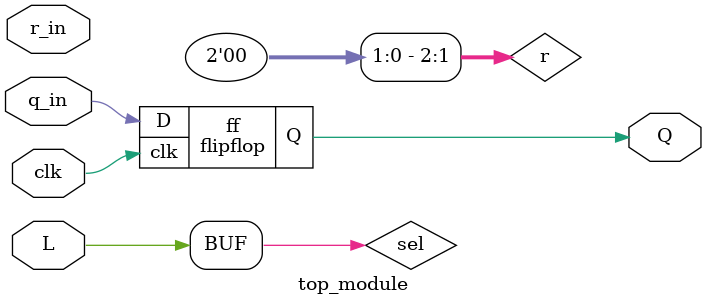
<source format=sv>
module flipflop(
    input clk,
    input D,
    output reg Q
);
    always @(posedge clk) begin
        Q <= D;
    end
endmodule
module mux_2to1(
    input sel,
    input D0,
    input D1,
    output reg Y
);
    always @(sel) begin
        if (sel)
            Y <= D1;
        else
            Y <= D0;
    end
endmodule
module top_module(
    input clk,
    input L,
    input q_in,
    input r_in,
    output reg Q
);
    wire sel;
    wire [2:0] r, q;
    
    flipflop ff (
        .clk(clk),
        .D(q_in),
        .Q(Q)
    );
    
    mux_2to1 mux (
        .sel(sel),
        .D0(q[1] ^ q[2]),
        .D1(q[0] ^ q[2]),
        .Y(r)
    );
    
    always @(posedge clk) begin
        if (L) begin
            q <= r_in;
        end else begin
            q <= r;
        end
    end
    
    assign sel = L;
endmodule

</source>
